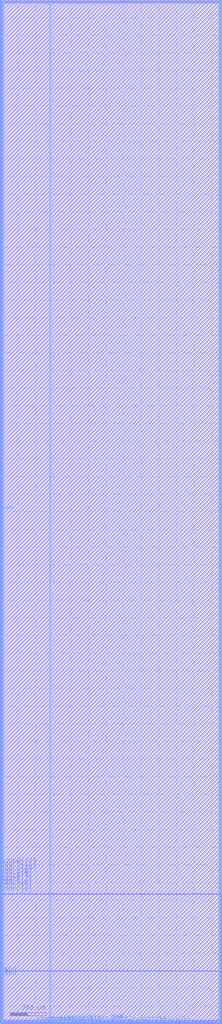
<source format=lef>
VERSION 5.4 ;
NAMESCASESENSITIVE ON ;
BUSBITCHARS "[]" ;
DIVIDERCHAR "/" ;
UNITS
  DATABASE MICRONS 2000 ;
END UNITS
MACRO sram_8_8192_scn4m_subm
   CLASS BLOCK ;
   SIZE 1260.5 BY 5799.6 ;
   SYMMETRY X Y R90 ;
   PIN din0[0]
      DIRECTION INPUT ;
      PORT
         LAYER metal4 ;
         RECT  282.2 0.0 283.4 1.2 ;
      END
   END din0[0]
   PIN din0[1]
      DIRECTION INPUT ;
      PORT
         LAYER metal4 ;
         RECT  304.0 0.0 305.2 1.2 ;
      END
   END din0[1]
   PIN din0[2]
      DIRECTION INPUT ;
      PORT
         LAYER metal4 ;
         RECT  325.8 0.0 327.0 1.2 ;
      END
   END din0[2]
   PIN din0[3]
      DIRECTION INPUT ;
      PORT
         LAYER metal4 ;
         RECT  347.6 0.0 348.8 1.2 ;
      END
   END din0[3]
   PIN din0[4]
      DIRECTION INPUT ;
      PORT
         LAYER metal4 ;
         RECT  369.4 0.0 370.6 1.2 ;
      END
   END din0[4]
   PIN din0[5]
      DIRECTION INPUT ;
      PORT
         LAYER metal4 ;
         RECT  391.2 0.0 392.4 1.2 ;
      END
   END din0[5]
   PIN din0[6]
      DIRECTION INPUT ;
      PORT
         LAYER metal4 ;
         RECT  413.0 0.0 414.2 1.2 ;
      END
   END din0[6]
   PIN din0[7]
      DIRECTION INPUT ;
      PORT
         LAYER metal4 ;
         RECT  434.8 0.0 436.0 1.2 ;
      END
   END din0[7]
   PIN addr0[0]
      DIRECTION INPUT ;
      PORT
         LAYER metal4 ;
         RECT  195.0 0.0 196.2 1.2 ;
      END
   END addr0[0]
   PIN addr0[1]
      DIRECTION INPUT ;
      PORT
         LAYER metal4 ;
         RECT  216.8 0.0 218.0 1.2 ;
      END
   END addr0[1]
   PIN addr0[2]
      DIRECTION INPUT ;
      PORT
         LAYER metal4 ;
         RECT  238.6 0.0 239.8 1.2 ;
      END
   END addr0[2]
   PIN addr0[3]
      DIRECTION INPUT ;
      PORT
         LAYER metal4 ;
         RECT  260.4 0.0 261.6 1.2 ;
      END
   END addr0[3]
   PIN addr0[4]
      DIRECTION INPUT ;
      PORT
         LAYER metal3 ;
         RECT  0.0 734.2 1.2 735.4 ;
      END
   END addr0[4]
   PIN addr0[5]
      DIRECTION INPUT ;
      PORT
         LAYER metal3 ;
         RECT  0.0 756.2 1.2 757.4 ;
      END
   END addr0[5]
   PIN addr0[6]
      DIRECTION INPUT ;
      PORT
         LAYER metal3 ;
         RECT  0.0 774.2 1.2 775.4 ;
      END
   END addr0[6]
   PIN addr0[7]
      DIRECTION INPUT ;
      PORT
         LAYER metal3 ;
         RECT  0.0 796.2 1.2 797.4 ;
      END
   END addr0[7]
   PIN addr0[8]
      DIRECTION INPUT ;
      PORT
         LAYER metal3 ;
         RECT  0.0 814.2 1.2 815.4 ;
      END
   END addr0[8]
   PIN addr0[9]
      DIRECTION INPUT ;
      PORT
         LAYER metal3 ;
         RECT  0.0 836.2 1.2 837.4 ;
      END
   END addr0[9]
   PIN addr0[10]
      DIRECTION INPUT ;
      PORT
         LAYER metal3 ;
         RECT  0.0 854.2 1.2 855.4 ;
      END
   END addr0[10]
   PIN addr0[11]
      DIRECTION INPUT ;
      PORT
         LAYER metal3 ;
         RECT  0.0 876.2 1.2 877.4 ;
      END
   END addr0[11]
   PIN addr0[12]
      DIRECTION INPUT ;
      PORT
         LAYER metal3 ;
         RECT  0.0 894.2 1.2 895.4 ;
      END
   END addr0[12]
   PIN csb0
      DIRECTION INPUT ;
      PORT
         LAYER metal3 ;
         RECT  0.0 258.0 1.2 259.2 ;
      END
   END csb0
   PIN web0
      DIRECTION INPUT ;
      PORT
         LAYER metal3 ;
         RECT  0.0 280.0 1.2 281.2 ;
      END
   END web0
   PIN clk0
      DIRECTION INPUT ;
      PORT
         LAYER metal3 ;
         RECT  0.0 260.0 1.2 261.2 ;
      END
   END clk0
   PIN dout0[0]
      DIRECTION OUTPUT ;
      PORT
         LAYER metal4 ;
         RECT  345.0 0.0 346.2 1.2 ;
      END
   END dout0[0]
   PIN dout0[1]
      DIRECTION OUTPUT ;
      PORT
         LAYER metal4 ;
         RECT  457.1 0.0 458.3 1.2 ;
      END
   END dout0[1]
   PIN dout0[2]
      DIRECTION OUTPUT ;
      PORT
         LAYER metal4 ;
         RECT  565.9 0.0 567.1 1.2 ;
      END
   END dout0[2]
   PIN dout0[3]
      DIRECTION OUTPUT ;
      PORT
         LAYER metal4 ;
         RECT  674.7 0.0 675.9 1.2 ;
      END
   END dout0[3]
   PIN dout0[4]
      DIRECTION OUTPUT ;
      PORT
         LAYER metal4 ;
         RECT  783.5 0.0 784.7 1.2 ;
      END
   END dout0[4]
   PIN dout0[5]
      DIRECTION OUTPUT ;
      PORT
         LAYER metal4 ;
         RECT  892.3 0.0 893.5 1.2 ;
      END
   END dout0[5]
   PIN dout0[6]
      DIRECTION OUTPUT ;
      PORT
         LAYER metal3 ;
         RECT  1259.3 299.2 1260.5 300.4 ;
      END
   END dout0[6]
   PIN dout0[7]
      DIRECTION OUTPUT ;
      PORT
         LAYER metal3 ;
         RECT  1259.3 301.2 1260.5 302.4 ;
      END
   END dout0[7]
   PIN vdd
      DIRECTION INOUT ;
      USE POWER ; 
      SHAPE ABUTMENT ; 
      PORT
         LAYER metal3 ;
         RECT  0.0 5793.6 1260.5 5799.6 ;
         LAYER metal4 ;
         RECT  1254.5 0.0 1260.5 5799.6 ;
         LAYER metal4 ;
         RECT  0.0 0.0 6.0 5799.6 ;
         LAYER metal3 ;
         RECT  0.0 0.0 1260.5 6.0 ;
      END
   END vdd
   PIN gnd
      DIRECTION INOUT ;
      USE GROUND ; 
      SHAPE ABUTMENT ; 
      PORT
         LAYER metal4 ;
         RECT  12.0 12.0 18.0 5787.6 ;
         LAYER metal4 ;
         RECT  1242.5 12.0 1248.5 5787.6 ;
         LAYER metal3 ;
         RECT  12.0 5781.6 1248.5 5787.6 ;
         LAYER metal3 ;
         RECT  12.0 12.0 1248.5 18.0 ;
      END
   END gnd
   OBS
   LAYER  metal1 ;
      RECT  1.4 1.4 1259.1 5798.2 ;
   LAYER  metal2 ;
      RECT  1.4 1.4 1259.1 5798.2 ;
   LAYER  metal3 ;
      RECT  2.4 733.0 1259.1 736.6 ;
      RECT  1.4 736.6 2.4 755.0 ;
      RECT  1.4 758.6 2.4 773.0 ;
      RECT  1.4 776.6 2.4 795.0 ;
      RECT  1.4 798.6 2.4 813.0 ;
      RECT  1.4 816.6 2.4 835.0 ;
      RECT  1.4 838.6 2.4 853.0 ;
      RECT  1.4 856.6 2.4 875.0 ;
      RECT  1.4 878.6 2.4 893.0 ;
      RECT  1.4 282.4 2.4 733.0 ;
      RECT  1.4 262.4 2.4 278.8 ;
      RECT  2.4 298.0 1258.1 301.6 ;
      RECT  2.4 301.6 1258.1 733.0 ;
      RECT  1258.1 303.6 1259.1 733.0 ;
      RECT  1.4 896.6 2.4 5792.4 ;
      RECT  1.4 7.2 2.4 256.8 ;
      RECT  1258.1 7.2 1259.1 298.0 ;
      RECT  2.4 736.6 10.8 5780.4 ;
      RECT  2.4 5780.4 10.8 5788.8 ;
      RECT  2.4 5788.8 10.8 5792.4 ;
      RECT  10.8 736.6 1249.7 5780.4 ;
      RECT  10.8 5788.8 1249.7 5792.4 ;
      RECT  1249.7 736.6 1259.1 5780.4 ;
      RECT  1249.7 5780.4 1259.1 5788.8 ;
      RECT  1249.7 5788.8 1259.1 5792.4 ;
      RECT  2.4 7.2 10.8 10.8 ;
      RECT  2.4 10.8 10.8 19.2 ;
      RECT  2.4 19.2 10.8 298.0 ;
      RECT  10.8 7.2 1249.7 10.8 ;
      RECT  10.8 19.2 1249.7 298.0 ;
      RECT  1249.7 7.2 1258.1 10.8 ;
      RECT  1249.7 10.8 1258.1 19.2 ;
      RECT  1249.7 19.2 1258.1 298.0 ;
   LAYER  metal4 ;
      RECT  279.8 3.6 285.8 5798.2 ;
      RECT  285.8 1.4 301.6 3.6 ;
      RECT  307.6 1.4 323.4 3.6 ;
      RECT  351.2 1.4 367.0 3.6 ;
      RECT  373.0 1.4 388.8 3.6 ;
      RECT  394.8 1.4 410.6 3.6 ;
      RECT  416.6 1.4 432.4 3.6 ;
      RECT  198.6 1.4 214.4 3.6 ;
      RECT  220.4 1.4 236.2 3.6 ;
      RECT  242.2 1.4 258.0 3.6 ;
      RECT  264.0 1.4 279.8 3.6 ;
      RECT  329.4 1.4 342.6 3.6 ;
      RECT  438.4 1.4 454.7 3.6 ;
      RECT  460.7 1.4 563.5 3.6 ;
      RECT  569.5 1.4 672.3 3.6 ;
      RECT  678.3 1.4 781.1 3.6 ;
      RECT  787.1 1.4 889.9 3.6 ;
      RECT  895.9 1.4 1252.1 3.6 ;
      RECT  8.4 1.4 192.6 3.6 ;
      RECT  8.4 3.6 9.6 9.6 ;
      RECT  8.4 9.6 9.6 5790.0 ;
      RECT  8.4 5790.0 9.6 5798.2 ;
      RECT  9.6 3.6 20.4 9.6 ;
      RECT  9.6 5790.0 20.4 5798.2 ;
      RECT  20.4 3.6 279.8 9.6 ;
      RECT  20.4 9.6 279.8 5790.0 ;
      RECT  20.4 5790.0 279.8 5798.2 ;
      RECT  285.8 3.6 1240.1 9.6 ;
      RECT  285.8 9.6 1240.1 5790.0 ;
      RECT  285.8 5790.0 1240.1 5798.2 ;
      RECT  1240.1 3.6 1250.9 9.6 ;
      RECT  1240.1 5790.0 1250.9 5798.2 ;
      RECT  1250.9 3.6 1252.1 9.6 ;
      RECT  1250.9 9.6 1252.1 5790.0 ;
      RECT  1250.9 5790.0 1252.1 5798.2 ;
   END
END    sram_8_8192_scn4m_subm
END    LIBRARY

</source>
